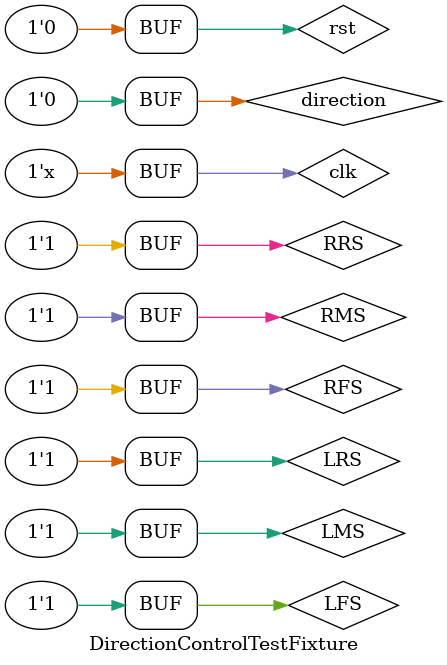
<source format=v>
`timescale 1ns / 1ps

module DirectionControlTestFixture;

	// Inputs
	reg clk;
	reg rst;
	reg RFS;
	reg RRS;
	reg RMS;
	reg LMS;
	reg LFS;
	reg LRS;
	reg direction;

	// Outputs
	wire [3:0] DIR;

	// Instantiate the Unit Under Test (UUT)
	DirectionControl uut (
		.clk(clk), 
		.rst(rst), 
		.RFS(RFS), 
		.RRS(RRS), 
		.RMS(RMS), 
		.LMS(LMS), 
		.LFS(LFS), 
		.LRS(LRS), 
		.direction(direction), 
		.DIR(DIR)
	);

	initial begin
		// Initialize Inputs
		clk = 0;
		rst = 0;
		RFS = 0;
		RRS = 0;
		RMS = 0;
		LMS = 0;
		LFS = 0;
		LRS = 0;
		direction = 0;

		// Wait 100 ns for global reset to finish
		#100;
      
		#5000000
		RFS = 0;
		RRS = 0;
		RMS = 0;
		LMS = 0;
		LFS = 0;
		LRS = 0;
		
		#5000000
		RFS = 1;
		RRS = 0;
		RMS = 0;
		LMS = 0;
		LFS = 0;
		LRS = 0;
		
		#5000000
		RFS = 0;
		RRS = 1;
		RMS = 0;
		LMS = 0;
		LFS = 0;
		LRS = 0;
		
		#5000000
		RFS = 1;
		RRS = 1;
		RMS = 0;
		LMS = 0;
		LFS = 0;
		LRS = 0;
		
		#5000000
		RFS = 0;
		RRS = 0;
		RMS = 1;
		LMS = 0;
		LFS = 0;
		LRS = 0;
		
		#5000000
		RFS = 1;
		RRS = 0;
		RMS = 1;
		LMS = 0;
		LFS = 0;
		LRS = 0;
		
		#5000000
		RFS = 0;
		RRS = 1;
		RMS = 1;
		LMS = 0;
		LFS = 0;
		LRS = 0;
		
		#5000000
		RFS = 1;
		RRS = 1;
		RMS = 1;
		LMS = 0;
		LFS = 0;
		LRS = 0;
		
		#5000000
		RFS = 0;
		RRS = 0;
		RMS = 0;
		LMS = 1;
		LFS = 0;
		LRS = 0;
		
		#5000000
		RFS = 1;
		RRS = 0;
		RMS = 0;
		LMS = 1;
		LFS = 0;
		LRS = 0;
		
		#5000000
		RFS = 0;
		RRS = 1;
		RMS = 0;
		LMS = 1;
		LFS = 0;
		LRS = 0;
		
		#5000000
		RFS = 1;
		RRS = 1;
		RMS = 0;
		LMS = 1;
		LFS = 0;
		LRS = 0;
		
		#5000000
		RFS = 0;
		RRS = 0;
		RMS = 1;
		LMS = 1;
		LFS = 0;
		LRS = 0;
		
		#5000000
		RFS = 1;
		RRS = 0;
		RMS = 1;
		LMS = 1;
		LFS = 0;
		LRS = 0;
		
		#5000000
		RFS = 0;
		RRS = 1;
		RMS = 1;
		LMS = 1;
		LFS = 0;
		LRS = 0;
		
		#5000000
		RFS = 1;
		RRS = 1;
		RMS = 1;
		LMS = 1;
		LFS = 0;
		LRS = 0;
		
		#5000000
		RFS = 0;
		RRS = 0;
		RMS = 0;
		LMS = 0;
		LFS = 1;
		LRS = 0;
		
		#5000000
		RFS = 1;
		RRS = 0;
		RMS = 0;
		LMS = 0;
		LFS = 1;
		LRS = 0;
		
		#5000000
		RFS = 0;
		RRS = 1;
		RMS = 0;
		LMS = 0;
		LFS = 1;
		LRS = 0;
		
		#5000000
		RFS = 1;
		RRS = 1;
		RMS = 0;
		LMS = 0;
		LFS = 1;
		LRS = 0;
		
		#5000000
		RFS = 0;
		RRS = 0;
		RMS = 1;
		LMS = 0;
		LFS = 1;
		LRS = 0;
		
		#5000000
		RFS = 1;
		RRS = 0;
		RMS = 1;
		LMS = 0;
		LFS = 1;
		LRS = 0;
		
		#5000000
		RFS = 0;
		RRS = 1;
		RMS = 1;
		LMS = 0;
		LFS = 1;
		LRS = 0;
		
		#5000000
		RFS = 1;
		RRS = 1;
		RMS = 1;
		LMS = 0;
		LFS = 1;
		LRS = 0;
		
		#5000000
		RFS = 0;
		RRS = 0;
		RMS = 0;
		LMS = 1;
		LFS = 1;
		LRS = 0;
		
		#5000000
		RFS = 1;
		RRS = 0;
		RMS = 0;
		LMS = 1;
		LFS = 1;
		LRS = 0;
		
		#5000000
		RFS = 0;
		RRS = 1;
		RMS = 0;
		LMS = 1;
		LFS = 1;
		LRS = 0;
		
		#5000000
		RFS = 1;
		RRS = 1;
		RMS = 0;
		LMS = 1;
		LFS = 1;
		LRS = 0;
		
		#5000000
		RFS = 0;
		RRS = 0;
		RMS = 1;
		LMS = 1;
		LFS = 1;
		LRS = 0;
		
		#5000000
		RFS = 1;
		RRS = 0;
		RMS = 1;
		LMS = 1;
		LFS = 1;
		LRS = 0;
		
		#5000000
		RFS = 0;
		RRS = 1;
		RMS = 1;
		LMS = 1;
		LFS = 1;
		LRS = 0;
		
		#5000000
		RFS = 1;
		RRS = 1;
		RMS = 1;
		LMS = 1;
		LFS = 1;
		LRS = 0;
		
		#5000000
		RFS = 0;
		RRS = 0;
		RMS = 0;
		LMS = 0;
		LFS = 0;
		LRS = 1;
		
		#5000000
		RFS = 1;
		RRS = 0;
		RMS = 0;
		LMS = 0;
		LFS = 0;
		LRS = 1;
		
		#5000000
		RFS = 0;
		RRS = 1;
		RMS = 0;
		LMS = 0;
		LFS = 0;
		LRS = 1;
		
		#5000000
		RFS = 1;
		RRS = 1;
		RMS = 0;
		LMS = 0;
		LFS = 0;
		LRS = 1;
		
		#5000000
		RFS = 0;
		RRS = 0;
		RMS = 1;
		LMS = 0;
		LFS = 0;
		LRS = 1;
		
		#5000000
		RFS = 1;
		RRS = 0;
		RMS = 1;
		LMS = 0;
		LFS = 0;
		LRS = 1;
		
		#5000000
		RFS = 0;
		RRS = 1;
		RMS = 1;
		LMS = 0;
		LFS = 0;
		LRS = 1;
		
		#5000000
		RFS = 1;
		RRS = 1;
		RMS = 1;
		LMS = 0;
		LFS = 0;
		LRS = 1;
		
		#5000000
		RFS = 0;
		RRS = 0;
		RMS = 0;
		LMS = 1;
		LFS = 0;
		LRS = 1;
		
		#5000000
		RFS = 1;
		RRS = 0;
		RMS = 0;
		LMS = 1;
		LFS = 0;
		LRS = 1;
		
		#5000000
		RFS = 0;
		RRS = 1;
		RMS = 0;
		LMS = 1;
		LFS = 0;
		LRS = 1;
		
		#5000000
		RFS = 1;
		RRS = 1;
		RMS = 0;
		LMS = 1;
		LFS = 0;
		LRS = 1;
		
		#5000000
		RFS = 0;
		RRS = 0;
		RMS = 1;
		LMS = 1;
		LFS = 0;
		LRS = 1;
		
		#5000000
		RFS = 1;
		RRS = 0;
		RMS = 1;
		LMS = 1;
		LFS = 0;
		LRS = 1;
		
		#5000000
		RFS = 0;
		RRS = 1;
		RMS = 1;
		LMS = 1;
		LFS = 0;
		LRS = 1;
		
		#5000000
		RFS = 1;
		RRS = 1;
		RMS = 1;
		LMS = 1;
		LFS = 0;
		LRS = 1;
		
		#5000000
		RFS = 0;
		RRS = 0;
		RMS = 0;
		LMS = 0;
		LFS = 1;
		LRS = 1;
		
		#5000000
		RFS = 1;
		RRS = 0;
		RMS = 0;
		LMS = 0;
		LFS = 1;
		LRS = 1;
		
		#5000000
		RFS = 0;
		RRS = 1;
		RMS = 0;
		LMS = 0;
		LFS = 1;
		LRS = 1;
		
		#5000000
		RFS = 1;
		RRS = 1;
		RMS = 0;
		LMS = 0;
		LFS = 1;
		LRS = 1;
		
		#5000000
		RFS = 0;
		RRS = 0;
		RMS = 1;
		LMS = 0;
		LFS = 1;
		LRS = 1;
		
		#5000000
		RFS = 1;
		RRS = 0;
		RMS = 1;
		LMS = 0;
		LFS = 1;
		LRS = 1;
		
		#5000000
		RFS = 0;
		RRS = 1;
		RMS = 1;
		LMS = 0;
		LFS = 1;
		LRS = 1;
		
		#5000000
		RFS = 1;
		RRS = 1;
		RMS = 1;
		LMS = 0;
		LFS = 1;
		LRS = 1;
		
		#5000000
		RFS = 0;
		RRS = 0;
		RMS = 0;
		LMS = 1;
		LFS = 1;
		LRS = 1;
		
		#5000000
		RFS = 1;
		RRS = 0;
		RMS = 0;
		LMS = 1;
		LFS = 1;
		LRS = 1;
		
		#5000000
		RFS = 0;
		RRS = 1;
		RMS = 0;
		LMS = 1;
		LFS = 1;
		LRS = 1;
		
		#5000000
		RFS = 1;
		RRS = 1;
		RMS = 0;
		LMS = 1;
		LFS = 1;
		LRS = 1;
		
		#5000000
		RFS = 0;
		RRS = 0;
		RMS = 1;
		LMS = 1;
		LFS = 1;
		LRS = 1;
		
		#5000000
		RFS = 1;
		RRS = 0;
		RMS = 1;
		LMS = 1;
		LFS = 1;
		LRS = 1;
		
		#5000000
		RFS = 0;
		RRS = 1;
		RMS = 1;
		LMS = 1;
		LFS = 1;
		LRS = 1;
		
		#5000000
		RFS = 1;
		RRS = 1;
		RMS = 1;
		LMS = 1;
		LFS = 1;
		LRS = 1;
	end
	
	always begin
		#20 clk = ~clk;
	end
      
endmodule


</source>
